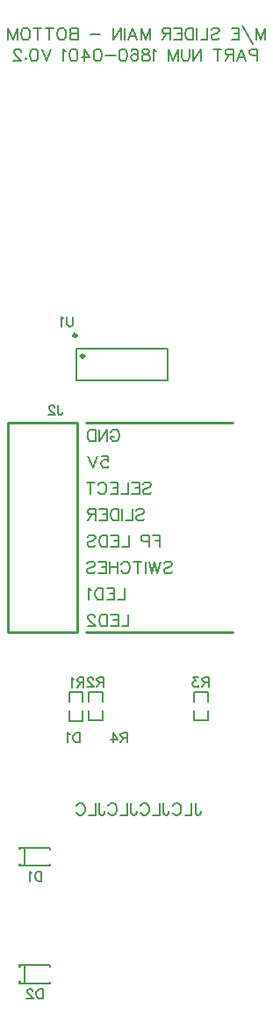
<source format=gbo>
G04 Layer: BottomSilkscreenLayer*
G04 EasyEDA v6.5.29, 2023-07-16 15:11:24*
G04 69541b314f914e7eb76376b61f0081d1,5a6b42c53f6a479593ecc07194224c93,10*
G04 Gerber Generator version 0.2*
G04 Scale: 100 percent, Rotated: No, Reflected: No *
G04 Dimensions in millimeters *
G04 leading zeros omitted , absolute positions ,4 integer and 5 decimal *
%FSLAX45Y45*%
%MOMM*%

%ADD10C,0.2032*%
%ADD11C,0.1524*%
%ADD12C,0.2540*%
%ADD13C,0.3000*%

%LPD*%
D10*
X2667000Y10446189D02*
G01*
X2667000Y10331645D01*
X2667000Y10446189D02*
G01*
X2617909Y10446189D01*
X2601546Y10440736D01*
X2596090Y10435282D01*
X2590637Y10424373D01*
X2590637Y10408008D01*
X2596090Y10397099D01*
X2601546Y10391645D01*
X2617909Y10386189D01*
X2667000Y10386189D01*
X2511000Y10446189D02*
G01*
X2554635Y10331645D01*
X2511000Y10446189D02*
G01*
X2467363Y10331645D01*
X2538272Y10369826D02*
G01*
X2483728Y10369826D01*
X2431364Y10446189D02*
G01*
X2431364Y10331645D01*
X2431364Y10446189D02*
G01*
X2382273Y10446189D01*
X2365910Y10440736D01*
X2360455Y10435282D01*
X2355000Y10424373D01*
X2355000Y10413464D01*
X2360455Y10402554D01*
X2365910Y10397099D01*
X2382273Y10391645D01*
X2431364Y10391645D01*
X2393182Y10391645D02*
G01*
X2355000Y10331645D01*
X2280818Y10446189D02*
G01*
X2280818Y10331645D01*
X2319000Y10446189D02*
G01*
X2242637Y10446189D01*
X2122637Y10446189D02*
G01*
X2122637Y10331645D01*
X2122637Y10446189D02*
G01*
X2046274Y10331645D01*
X2046274Y10446189D02*
G01*
X2046274Y10331645D01*
X2010272Y10446189D02*
G01*
X2010272Y10364373D01*
X2004819Y10348008D01*
X1993910Y10337099D01*
X1977547Y10331645D01*
X1966638Y10331645D01*
X1950272Y10337099D01*
X1939366Y10348008D01*
X1933910Y10364373D01*
X1933910Y10446189D01*
X1897910Y10446189D02*
G01*
X1897910Y10331645D01*
X1897910Y10446189D02*
G01*
X1854273Y10331645D01*
X1810638Y10446189D02*
G01*
X1854273Y10331645D01*
X1810638Y10446189D02*
G01*
X1810638Y10331645D01*
X1690639Y10424373D02*
G01*
X1679729Y10429826D01*
X1663364Y10446189D01*
X1663364Y10331645D01*
X1600093Y10446189D02*
G01*
X1616456Y10440736D01*
X1621911Y10429826D01*
X1621911Y10418917D01*
X1616456Y10408008D01*
X1605546Y10402554D01*
X1583730Y10397099D01*
X1567365Y10391645D01*
X1556456Y10380736D01*
X1551002Y10369826D01*
X1551002Y10353464D01*
X1556456Y10342554D01*
X1561912Y10337099D01*
X1578274Y10331645D01*
X1600093Y10331645D01*
X1616456Y10337099D01*
X1621911Y10342554D01*
X1627365Y10353464D01*
X1627365Y10369826D01*
X1621911Y10380736D01*
X1611002Y10391645D01*
X1594637Y10397099D01*
X1572821Y10402554D01*
X1561912Y10408008D01*
X1556456Y10418917D01*
X1556456Y10429826D01*
X1561912Y10440736D01*
X1578274Y10446189D01*
X1600093Y10446189D01*
X1449547Y10429826D02*
G01*
X1455003Y10440736D01*
X1471366Y10446189D01*
X1482275Y10446189D01*
X1498638Y10440736D01*
X1509547Y10424373D01*
X1515003Y10397099D01*
X1515003Y10369826D01*
X1509547Y10348008D01*
X1498638Y10337099D01*
X1482275Y10331645D01*
X1476819Y10331645D01*
X1460456Y10337099D01*
X1449547Y10348008D01*
X1444094Y10364373D01*
X1444094Y10369826D01*
X1449547Y10386189D01*
X1460456Y10397099D01*
X1476819Y10402554D01*
X1482275Y10402554D01*
X1498638Y10397099D01*
X1509547Y10386189D01*
X1515003Y10369826D01*
X1375366Y10446189D02*
G01*
X1391729Y10440736D01*
X1402638Y10424373D01*
X1408092Y10397099D01*
X1408092Y10380736D01*
X1402638Y10353464D01*
X1391729Y10337099D01*
X1375366Y10331645D01*
X1364457Y10331645D01*
X1348092Y10337099D01*
X1337185Y10353464D01*
X1331729Y10380736D01*
X1331729Y10397099D01*
X1337185Y10424373D01*
X1348092Y10440736D01*
X1364457Y10446189D01*
X1375366Y10446189D01*
X1295730Y10380736D02*
G01*
X1197549Y10380736D01*
X1128821Y10446189D02*
G01*
X1145184Y10440736D01*
X1156093Y10424373D01*
X1161549Y10397099D01*
X1161549Y10380736D01*
X1156093Y10353464D01*
X1145184Y10337099D01*
X1128821Y10331645D01*
X1117912Y10331645D01*
X1101549Y10337099D01*
X1090640Y10353464D01*
X1085184Y10380736D01*
X1085184Y10397099D01*
X1090640Y10424373D01*
X1101549Y10440736D01*
X1117912Y10446189D01*
X1128821Y10446189D01*
X994638Y10446189D02*
G01*
X1049185Y10369826D01*
X967366Y10369826D01*
X994638Y10446189D02*
G01*
X994638Y10331645D01*
X898639Y10446189D02*
G01*
X915004Y10440736D01*
X925913Y10424373D01*
X931367Y10397099D01*
X931367Y10380736D01*
X925913Y10353464D01*
X915004Y10337099D01*
X898639Y10331645D01*
X887729Y10331645D01*
X871367Y10337099D01*
X860458Y10353464D01*
X855004Y10380736D01*
X855004Y10397099D01*
X860458Y10424373D01*
X871367Y10440736D01*
X887729Y10446189D01*
X898639Y10446189D01*
X819002Y10424373D02*
G01*
X808093Y10429826D01*
X791730Y10446189D01*
X791730Y10331645D01*
X671730Y10446189D02*
G01*
X628093Y10331645D01*
X584459Y10446189D02*
G01*
X628093Y10331645D01*
X515731Y10446189D02*
G01*
X532094Y10440736D01*
X543003Y10424373D01*
X548459Y10397099D01*
X548459Y10380736D01*
X543003Y10353464D01*
X532094Y10337099D01*
X515731Y10331645D01*
X504822Y10331645D01*
X488459Y10337099D01*
X477550Y10353464D01*
X472094Y10380736D01*
X472094Y10397099D01*
X477550Y10424373D01*
X488459Y10440736D01*
X504822Y10446189D01*
X515731Y10446189D01*
X430641Y10358917D02*
G01*
X436095Y10353464D01*
X430641Y10348008D01*
X425185Y10353464D01*
X430641Y10358917D01*
X383733Y10418917D02*
G01*
X383733Y10424373D01*
X378277Y10435282D01*
X372823Y10440736D01*
X361914Y10446189D01*
X340095Y10446189D01*
X329186Y10440736D01*
X323733Y10435282D01*
X318277Y10424373D01*
X318277Y10413464D01*
X323733Y10402554D01*
X334639Y10386189D01*
X389186Y10331645D01*
X312823Y10331645D01*
X2743200Y10649389D02*
G01*
X2743200Y10534845D01*
X2743200Y10649389D02*
G01*
X2699562Y10534845D01*
X2655928Y10649389D02*
G01*
X2699562Y10534845D01*
X2655928Y10649389D02*
G01*
X2655928Y10534845D01*
X2521745Y10671208D02*
G01*
X2619928Y10496664D01*
X2485745Y10649389D02*
G01*
X2485745Y10534845D01*
X2485745Y10649389D02*
G01*
X2414836Y10649389D01*
X2485745Y10594845D02*
G01*
X2442110Y10594845D01*
X2485745Y10534845D02*
G01*
X2414836Y10534845D01*
X2218474Y10633026D02*
G01*
X2229383Y10643936D01*
X2245746Y10649389D01*
X2267564Y10649389D01*
X2283927Y10643936D01*
X2294836Y10633026D01*
X2294836Y10622117D01*
X2289383Y10611208D01*
X2283927Y10605754D01*
X2273018Y10600298D01*
X2240292Y10589389D01*
X2229383Y10583936D01*
X2223927Y10578482D01*
X2218474Y10567573D01*
X2218474Y10551208D01*
X2229383Y10540298D01*
X2245746Y10534845D01*
X2267564Y10534845D01*
X2283927Y10540298D01*
X2294836Y10551208D01*
X2182474Y10649389D02*
G01*
X2182474Y10534845D01*
X2182474Y10534845D02*
G01*
X2117018Y10534845D01*
X2081019Y10649389D02*
G01*
X2081019Y10534845D01*
X2045020Y10649389D02*
G01*
X2045020Y10534845D01*
X2045020Y10649389D02*
G01*
X2006838Y10649389D01*
X1990473Y10643936D01*
X1979564Y10633026D01*
X1974110Y10622117D01*
X1968654Y10605754D01*
X1968654Y10578482D01*
X1974110Y10562117D01*
X1979564Y10551208D01*
X1990473Y10540298D01*
X2006838Y10534845D01*
X2045020Y10534845D01*
X1932655Y10649389D02*
G01*
X1932655Y10534845D01*
X1932655Y10649389D02*
G01*
X1861746Y10649389D01*
X1932655Y10594845D02*
G01*
X1889020Y10594845D01*
X1932655Y10534845D02*
G01*
X1861746Y10534845D01*
X1825746Y10649389D02*
G01*
X1825746Y10534845D01*
X1825746Y10649389D02*
G01*
X1776656Y10649389D01*
X1760293Y10643936D01*
X1754837Y10638482D01*
X1749384Y10627573D01*
X1749384Y10616664D01*
X1754837Y10605754D01*
X1760293Y10600298D01*
X1776656Y10594845D01*
X1825746Y10594845D01*
X1787565Y10594845D02*
G01*
X1749384Y10534845D01*
X1629384Y10649389D02*
G01*
X1629384Y10534845D01*
X1629384Y10649389D02*
G01*
X1585747Y10534845D01*
X1542112Y10649389D02*
G01*
X1585747Y10534845D01*
X1542112Y10649389D02*
G01*
X1542112Y10534845D01*
X1462476Y10649389D02*
G01*
X1506110Y10534845D01*
X1462476Y10649389D02*
G01*
X1418838Y10534845D01*
X1489748Y10573026D02*
G01*
X1435201Y10573026D01*
X1382839Y10649389D02*
G01*
X1382839Y10534845D01*
X1346840Y10649389D02*
G01*
X1346840Y10534845D01*
X1346840Y10649389D02*
G01*
X1270474Y10534845D01*
X1270474Y10649389D02*
G01*
X1270474Y10534845D01*
X1150475Y10583936D02*
G01*
X1052294Y10583936D01*
X932294Y10649389D02*
G01*
X932294Y10534845D01*
X932294Y10649389D02*
G01*
X883203Y10649389D01*
X866841Y10643936D01*
X861385Y10638482D01*
X855931Y10627573D01*
X855931Y10616664D01*
X861385Y10605754D01*
X866841Y10600298D01*
X883203Y10594845D01*
X932294Y10594845D02*
G01*
X883203Y10594845D01*
X866841Y10589389D01*
X861385Y10583936D01*
X855931Y10573026D01*
X855931Y10556664D01*
X861385Y10545754D01*
X866841Y10540298D01*
X883203Y10534845D01*
X932294Y10534845D01*
X787204Y10649389D02*
G01*
X798113Y10643936D01*
X809023Y10633026D01*
X814476Y10622117D01*
X819932Y10605754D01*
X819932Y10578482D01*
X814476Y10562117D01*
X809023Y10551208D01*
X798113Y10540298D01*
X787204Y10534845D01*
X765385Y10534845D01*
X754476Y10540298D01*
X743567Y10551208D01*
X738113Y10562117D01*
X732657Y10578482D01*
X732657Y10605754D01*
X738113Y10622117D01*
X743567Y10633026D01*
X754476Y10643936D01*
X765385Y10649389D01*
X787204Y10649389D01*
X658477Y10649389D02*
G01*
X658477Y10534845D01*
X696658Y10649389D02*
G01*
X620295Y10649389D01*
X546112Y10649389D02*
G01*
X546112Y10534845D01*
X584293Y10649389D02*
G01*
X507931Y10649389D01*
X439204Y10649389D02*
G01*
X450113Y10643936D01*
X461022Y10633026D01*
X466476Y10622117D01*
X471931Y10605754D01*
X471931Y10578482D01*
X466476Y10562117D01*
X461022Y10551208D01*
X450113Y10540298D01*
X439204Y10534845D01*
X417385Y10534845D01*
X406476Y10540298D01*
X395569Y10551208D01*
X390113Y10562117D01*
X384660Y10578482D01*
X384660Y10605754D01*
X390113Y10622117D01*
X395569Y10633026D01*
X406476Y10643936D01*
X417385Y10649389D01*
X439204Y10649389D01*
X348658Y10649389D02*
G01*
X348658Y10534845D01*
X348658Y10649389D02*
G01*
X305023Y10534845D01*
X261386Y10649389D02*
G01*
X305023Y10534845D01*
X261386Y10649389D02*
G01*
X261386Y10534845D01*
X1251681Y6761317D02*
G01*
X1257137Y6772226D01*
X1268046Y6783136D01*
X1278953Y6788589D01*
X1300772Y6788589D01*
X1311681Y6783136D01*
X1322590Y6772226D01*
X1328046Y6761317D01*
X1333500Y6744954D01*
X1333500Y6717682D01*
X1328046Y6701317D01*
X1322590Y6690408D01*
X1311681Y6679498D01*
X1300772Y6674045D01*
X1278953Y6674045D01*
X1268046Y6679498D01*
X1257137Y6690408D01*
X1251681Y6701317D01*
X1251681Y6717682D01*
X1278953Y6717682D02*
G01*
X1251681Y6717682D01*
X1215682Y6788589D02*
G01*
X1215682Y6674045D01*
X1215682Y6788589D02*
G01*
X1139319Y6674045D01*
X1139319Y6788589D02*
G01*
X1139319Y6674045D01*
X1103317Y6788589D02*
G01*
X1103317Y6674045D01*
X1103317Y6788589D02*
G01*
X1065136Y6788589D01*
X1048773Y6783136D01*
X1037864Y6772226D01*
X1032410Y6761317D01*
X1026955Y6744954D01*
X1026955Y6717682D01*
X1032410Y6701317D01*
X1037864Y6690408D01*
X1048773Y6679498D01*
X1065136Y6674045D01*
X1103317Y6674045D01*
X1166446Y6534589D02*
G01*
X1220990Y6534589D01*
X1226446Y6485498D01*
X1220990Y6490954D01*
X1204628Y6496408D01*
X1188262Y6496408D01*
X1171900Y6490954D01*
X1160990Y6480045D01*
X1155537Y6463682D01*
X1155537Y6452773D01*
X1160990Y6436408D01*
X1171900Y6425498D01*
X1188262Y6420045D01*
X1204628Y6420045D01*
X1220990Y6425498D01*
X1226446Y6430954D01*
X1231900Y6441864D01*
X1119535Y6534589D02*
G01*
X1075900Y6420045D01*
X1032263Y6534589D02*
G01*
X1075900Y6420045D01*
X1561937Y6264226D02*
G01*
X1572846Y6275136D01*
X1589209Y6280589D01*
X1611028Y6280589D01*
X1627390Y6275136D01*
X1638300Y6264226D01*
X1638300Y6253317D01*
X1632846Y6242408D01*
X1627390Y6236954D01*
X1616481Y6231498D01*
X1583753Y6220589D01*
X1572846Y6215136D01*
X1567390Y6209682D01*
X1561937Y6198773D01*
X1561937Y6182408D01*
X1572846Y6171498D01*
X1589209Y6166045D01*
X1611028Y6166045D01*
X1627390Y6171498D01*
X1638300Y6182408D01*
X1525935Y6280589D02*
G01*
X1525935Y6166045D01*
X1525935Y6280589D02*
G01*
X1455028Y6280589D01*
X1525935Y6226045D02*
G01*
X1482300Y6226045D01*
X1525935Y6166045D02*
G01*
X1455028Y6166045D01*
X1419026Y6280589D02*
G01*
X1419026Y6166045D01*
X1419026Y6166045D02*
G01*
X1353573Y6166045D01*
X1317574Y6280589D02*
G01*
X1317574Y6166045D01*
X1317574Y6280589D02*
G01*
X1246665Y6280589D01*
X1317574Y6226045D02*
G01*
X1273936Y6226045D01*
X1317574Y6166045D02*
G01*
X1246665Y6166045D01*
X1128847Y6253317D02*
G01*
X1134300Y6264226D01*
X1145209Y6275136D01*
X1156119Y6280589D01*
X1177937Y6280589D01*
X1188847Y6275136D01*
X1199756Y6264226D01*
X1205209Y6253317D01*
X1210665Y6236954D01*
X1210665Y6209682D01*
X1205209Y6193317D01*
X1199756Y6182408D01*
X1188847Y6171498D01*
X1177937Y6166045D01*
X1156119Y6166045D01*
X1145209Y6171498D01*
X1134300Y6182408D01*
X1128847Y6193317D01*
X1054663Y6280589D02*
G01*
X1054663Y6166045D01*
X1092847Y6280589D02*
G01*
X1016482Y6280589D01*
X1498437Y6010226D02*
G01*
X1509346Y6021136D01*
X1525709Y6026589D01*
X1547528Y6026589D01*
X1563890Y6021136D01*
X1574800Y6010226D01*
X1574800Y5999317D01*
X1569346Y5988408D01*
X1563890Y5982954D01*
X1552981Y5977498D01*
X1520253Y5966589D01*
X1509346Y5961136D01*
X1503890Y5955682D01*
X1498437Y5944773D01*
X1498437Y5928408D01*
X1509346Y5917498D01*
X1525709Y5912045D01*
X1547528Y5912045D01*
X1563890Y5917498D01*
X1574800Y5928408D01*
X1462435Y6026589D02*
G01*
X1462435Y5912045D01*
X1462435Y5912045D02*
G01*
X1396982Y5912045D01*
X1360982Y6026589D02*
G01*
X1360982Y5912045D01*
X1324983Y6026589D02*
G01*
X1324983Y5912045D01*
X1324983Y6026589D02*
G01*
X1286799Y6026589D01*
X1270436Y6021136D01*
X1259527Y6010226D01*
X1254074Y5999317D01*
X1248618Y5982954D01*
X1248618Y5955682D01*
X1254074Y5939317D01*
X1259527Y5928408D01*
X1270436Y5917498D01*
X1286799Y5912045D01*
X1324983Y5912045D01*
X1212618Y6026589D02*
G01*
X1212618Y5912045D01*
X1212618Y6026589D02*
G01*
X1141709Y6026589D01*
X1212618Y5972045D02*
G01*
X1168981Y5972045D01*
X1212618Y5912045D02*
G01*
X1141709Y5912045D01*
X1105710Y6026589D02*
G01*
X1105710Y5912045D01*
X1105710Y6026589D02*
G01*
X1056619Y6026589D01*
X1040254Y6021136D01*
X1034801Y6015682D01*
X1029347Y6004773D01*
X1029347Y5993864D01*
X1034801Y5982954D01*
X1040254Y5977498D01*
X1056619Y5972045D01*
X1105710Y5972045D01*
X1067528Y5972045D02*
G01*
X1029347Y5912045D01*
X1727200Y5772589D02*
G01*
X1727200Y5658045D01*
X1727200Y5772589D02*
G01*
X1656290Y5772589D01*
X1727200Y5718045D02*
G01*
X1683562Y5718045D01*
X1620291Y5772589D02*
G01*
X1620291Y5658045D01*
X1620291Y5772589D02*
G01*
X1571200Y5772589D01*
X1554835Y5767136D01*
X1549382Y5761682D01*
X1543928Y5750773D01*
X1543928Y5734408D01*
X1549382Y5723498D01*
X1554835Y5718045D01*
X1571200Y5712589D01*
X1620291Y5712589D01*
X1423929Y5772589D02*
G01*
X1423929Y5658045D01*
X1423929Y5658045D02*
G01*
X1358473Y5658045D01*
X1322473Y5772589D02*
G01*
X1322473Y5658045D01*
X1322473Y5772589D02*
G01*
X1251564Y5772589D01*
X1322473Y5718045D02*
G01*
X1278836Y5718045D01*
X1322473Y5658045D02*
G01*
X1251564Y5658045D01*
X1215565Y5772589D02*
G01*
X1215565Y5658045D01*
X1215565Y5772589D02*
G01*
X1177383Y5772589D01*
X1161018Y5767136D01*
X1150109Y5756226D01*
X1144656Y5745317D01*
X1139200Y5728954D01*
X1139200Y5701682D01*
X1144656Y5685317D01*
X1150109Y5674408D01*
X1161018Y5663498D01*
X1177383Y5658045D01*
X1215565Y5658045D01*
X1026838Y5756226D02*
G01*
X1037747Y5767136D01*
X1054110Y5772589D01*
X1075928Y5772589D01*
X1092291Y5767136D01*
X1103200Y5756226D01*
X1103200Y5745317D01*
X1097747Y5734408D01*
X1092291Y5728954D01*
X1081382Y5723498D01*
X1048656Y5712589D01*
X1037747Y5707136D01*
X1032291Y5701682D01*
X1026838Y5690773D01*
X1026838Y5674408D01*
X1037747Y5663498D01*
X1054110Y5658045D01*
X1075928Y5658045D01*
X1092291Y5663498D01*
X1103200Y5674408D01*
X1765137Y5502226D02*
G01*
X1776046Y5513136D01*
X1792409Y5518589D01*
X1814228Y5518589D01*
X1830590Y5513136D01*
X1841500Y5502226D01*
X1841500Y5491317D01*
X1836046Y5480408D01*
X1830590Y5474954D01*
X1819681Y5469498D01*
X1786953Y5458589D01*
X1776046Y5453136D01*
X1770590Y5447682D01*
X1765137Y5436773D01*
X1765137Y5420408D01*
X1776046Y5409498D01*
X1792409Y5404045D01*
X1814228Y5404045D01*
X1830590Y5409498D01*
X1841500Y5420408D01*
X1729135Y5518589D02*
G01*
X1701863Y5404045D01*
X1674591Y5518589D02*
G01*
X1701863Y5404045D01*
X1674591Y5518589D02*
G01*
X1647319Y5404045D01*
X1620045Y5518589D02*
G01*
X1647319Y5404045D01*
X1584045Y5518589D02*
G01*
X1584045Y5404045D01*
X1509864Y5518589D02*
G01*
X1509864Y5404045D01*
X1548046Y5518589D02*
G01*
X1471683Y5518589D01*
X1353865Y5491317D02*
G01*
X1359319Y5502226D01*
X1370228Y5513136D01*
X1381137Y5518589D01*
X1402956Y5518589D01*
X1413865Y5513136D01*
X1424772Y5502226D01*
X1430228Y5491317D01*
X1435681Y5474954D01*
X1435681Y5447682D01*
X1430228Y5431317D01*
X1424772Y5420408D01*
X1413865Y5409498D01*
X1402956Y5404045D01*
X1381137Y5404045D01*
X1370228Y5409498D01*
X1359319Y5420408D01*
X1353865Y5431317D01*
X1317863Y5518589D02*
G01*
X1317863Y5404045D01*
X1241501Y5518589D02*
G01*
X1241501Y5404045D01*
X1317863Y5464045D02*
G01*
X1241501Y5464045D01*
X1205501Y5518589D02*
G01*
X1205501Y5404045D01*
X1205501Y5518589D02*
G01*
X1134592Y5518589D01*
X1205501Y5464045D02*
G01*
X1161864Y5464045D01*
X1205501Y5404045D02*
G01*
X1134592Y5404045D01*
X1022228Y5502226D02*
G01*
X1033137Y5513136D01*
X1049502Y5518589D01*
X1071318Y5518589D01*
X1087683Y5513136D01*
X1098593Y5502226D01*
X1098593Y5491317D01*
X1093137Y5480408D01*
X1087683Y5474954D01*
X1076774Y5469498D01*
X1044046Y5458589D01*
X1033137Y5453136D01*
X1027684Y5447682D01*
X1022228Y5436773D01*
X1022228Y5420408D01*
X1033137Y5409498D01*
X1049502Y5404045D01*
X1071318Y5404045D01*
X1087683Y5409498D01*
X1098593Y5420408D01*
X1384300Y5264589D02*
G01*
X1384300Y5150045D01*
X1384300Y5150045D02*
G01*
X1318846Y5150045D01*
X1282844Y5264589D02*
G01*
X1282844Y5150045D01*
X1282844Y5264589D02*
G01*
X1211935Y5264589D01*
X1282844Y5210045D02*
G01*
X1239210Y5210045D01*
X1282844Y5150045D02*
G01*
X1211935Y5150045D01*
X1175936Y5264589D02*
G01*
X1175936Y5150045D01*
X1175936Y5264589D02*
G01*
X1137754Y5264589D01*
X1121392Y5259136D01*
X1110482Y5248226D01*
X1105027Y5237317D01*
X1099573Y5220954D01*
X1099573Y5193682D01*
X1105027Y5177317D01*
X1110482Y5166408D01*
X1121392Y5155498D01*
X1137754Y5150045D01*
X1175936Y5150045D01*
X1063574Y5242773D02*
G01*
X1052664Y5248226D01*
X1036299Y5264589D01*
X1036299Y5150045D01*
X1422400Y5010589D02*
G01*
X1422400Y4896045D01*
X1422400Y4896045D02*
G01*
X1356946Y4896045D01*
X1320944Y5010589D02*
G01*
X1320944Y4896045D01*
X1320944Y5010589D02*
G01*
X1250035Y5010589D01*
X1320944Y4956045D02*
G01*
X1277310Y4956045D01*
X1320944Y4896045D02*
G01*
X1250035Y4896045D01*
X1214036Y5010589D02*
G01*
X1214036Y4896045D01*
X1214036Y5010589D02*
G01*
X1175854Y5010589D01*
X1159492Y5005136D01*
X1148582Y4994226D01*
X1143127Y4983317D01*
X1137673Y4966954D01*
X1137673Y4939682D01*
X1143127Y4923317D01*
X1148582Y4912408D01*
X1159492Y4901498D01*
X1175854Y4896045D01*
X1214036Y4896045D01*
X1096218Y4983317D02*
G01*
X1096218Y4988773D01*
X1090764Y4999682D01*
X1085308Y5005136D01*
X1074399Y5010589D01*
X1052583Y5010589D01*
X1041674Y5005136D01*
X1036218Y4999682D01*
X1030765Y4988773D01*
X1030765Y4977864D01*
X1036218Y4966954D01*
X1047127Y4950589D01*
X1101674Y4896045D01*
X1025309Y4896045D01*
D11*
X741946Y7022409D02*
G01*
X741946Y6949681D01*
X746490Y6936046D01*
X751037Y6931499D01*
X760128Y6926953D01*
X769218Y6926953D01*
X778309Y6931499D01*
X782853Y6936046D01*
X787400Y6949681D01*
X787400Y6958771D01*
X707400Y6999681D02*
G01*
X707400Y7004227D01*
X702853Y7013318D01*
X698309Y7017862D01*
X689218Y7022409D01*
X671037Y7022409D01*
X661946Y7017862D01*
X657400Y7013318D01*
X652853Y7004227D01*
X652853Y6995137D01*
X657400Y6986046D01*
X666490Y6972409D01*
X711946Y6926953D01*
X648309Y6926953D01*
D10*
X2066290Y3194557D02*
G01*
X2066290Y3107181D01*
X2071877Y3090926D01*
X2077211Y3085337D01*
X2088134Y3080004D01*
X2099056Y3080004D01*
X2109977Y3085337D01*
X2115565Y3090926D01*
X2120900Y3107181D01*
X2120900Y3118104D01*
X2030475Y3194557D02*
G01*
X2030475Y3080004D01*
X2030475Y3080004D02*
G01*
X1964943Y3080004D01*
X1847088Y3167126D02*
G01*
X1852422Y3178047D01*
X1863343Y3188970D01*
X1874265Y3194557D01*
X1896109Y3194557D01*
X1907031Y3188970D01*
X1917954Y3178047D01*
X1923541Y3167126D01*
X1928875Y3150870D01*
X1928875Y3123692D01*
X1923541Y3107181D01*
X1917954Y3096260D01*
X1907031Y3085337D01*
X1896109Y3080004D01*
X1874265Y3080004D01*
X1863343Y3085337D01*
X1852422Y3096260D01*
X1847088Y3107181D01*
X1756663Y3194557D02*
G01*
X1756663Y3107181D01*
X1761997Y3090926D01*
X1767331Y3085337D01*
X1778254Y3080004D01*
X1789175Y3080004D01*
X1800097Y3085337D01*
X1805686Y3090926D01*
X1811020Y3107181D01*
X1811020Y3118104D01*
X1720595Y3194557D02*
G01*
X1720595Y3080004D01*
X1720595Y3080004D02*
G01*
X1655063Y3080004D01*
X1537208Y3167126D02*
G01*
X1542795Y3178047D01*
X1553718Y3188970D01*
X1564640Y3194557D01*
X1586229Y3194557D01*
X1597152Y3188970D01*
X1608074Y3178047D01*
X1613661Y3167126D01*
X1618995Y3150870D01*
X1618995Y3123692D01*
X1613661Y3107181D01*
X1608074Y3096260D01*
X1597152Y3085337D01*
X1586229Y3080004D01*
X1564640Y3080004D01*
X1553718Y3085337D01*
X1542795Y3096260D01*
X1537208Y3107181D01*
X1446784Y3194557D02*
G01*
X1446784Y3107181D01*
X1452118Y3090926D01*
X1457706Y3085337D01*
X1468627Y3080004D01*
X1479550Y3080004D01*
X1490472Y3085337D01*
X1495806Y3090926D01*
X1501140Y3107181D01*
X1501140Y3118104D01*
X1410715Y3194557D02*
G01*
X1410715Y3080004D01*
X1410715Y3080004D02*
G01*
X1345184Y3080004D01*
X1227327Y3167126D02*
G01*
X1232915Y3178047D01*
X1243838Y3188970D01*
X1254759Y3194557D01*
X1276604Y3194557D01*
X1287525Y3188970D01*
X1298447Y3178047D01*
X1303781Y3167126D01*
X1309370Y3150870D01*
X1309370Y3123692D01*
X1303781Y3107181D01*
X1298447Y3096260D01*
X1287525Y3085337D01*
X1276604Y3080004D01*
X1254759Y3080004D01*
X1243838Y3085337D01*
X1232915Y3096260D01*
X1227327Y3107181D01*
X1136904Y3194557D02*
G01*
X1136904Y3107181D01*
X1142238Y3090926D01*
X1147825Y3085337D01*
X1158747Y3080004D01*
X1169670Y3080004D01*
X1180591Y3085337D01*
X1185925Y3090926D01*
X1191513Y3107181D01*
X1191513Y3118104D01*
X1100836Y3194557D02*
G01*
X1100836Y3080004D01*
X1100836Y3080004D02*
G01*
X1035558Y3080004D01*
X917702Y3167126D02*
G01*
X923036Y3178047D01*
X933958Y3188970D01*
X944879Y3194557D01*
X966724Y3194557D01*
X977645Y3188970D01*
X988568Y3178047D01*
X993902Y3167126D01*
X999490Y3150870D01*
X999490Y3123692D01*
X993902Y3107181D01*
X988568Y3096260D01*
X977645Y3085337D01*
X966724Y3080004D01*
X944879Y3080004D01*
X933958Y3085337D01*
X923036Y3096260D01*
X917702Y3107181D01*
D11*
X1409700Y3872809D02*
G01*
X1409700Y3777353D01*
X1409700Y3872809D02*
G01*
X1368790Y3872809D01*
X1355153Y3868262D01*
X1350609Y3863718D01*
X1346062Y3854627D01*
X1346062Y3845537D01*
X1350609Y3836446D01*
X1355153Y3831899D01*
X1368790Y3827353D01*
X1409700Y3827353D01*
X1377881Y3827353D02*
G01*
X1346062Y3777353D01*
X1270609Y3872809D02*
G01*
X1316062Y3809171D01*
X1247881Y3809171D01*
X1270609Y3872809D02*
G01*
X1270609Y3777353D01*
X952500Y3872809D02*
G01*
X952500Y3777353D01*
X952500Y3872809D02*
G01*
X920681Y3872809D01*
X907046Y3868262D01*
X897953Y3859171D01*
X893409Y3850081D01*
X888862Y3836446D01*
X888862Y3813718D01*
X893409Y3800081D01*
X897953Y3790990D01*
X907046Y3781899D01*
X920681Y3777353D01*
X952500Y3777353D01*
X858862Y3854627D02*
G01*
X849772Y3859171D01*
X836137Y3872809D01*
X836137Y3777353D01*
X889000Y7873309D02*
G01*
X889000Y7805127D01*
X884453Y7791490D01*
X875362Y7782399D01*
X861728Y7777853D01*
X852637Y7777853D01*
X839000Y7782399D01*
X829909Y7791490D01*
X825362Y7805127D01*
X825362Y7873309D01*
X795362Y7855127D02*
G01*
X786272Y7859671D01*
X772637Y7873309D01*
X772637Y7777853D01*
X596900Y1409009D02*
G01*
X596900Y1313553D01*
X596900Y1409009D02*
G01*
X565081Y1409009D01*
X551446Y1404462D01*
X542353Y1395371D01*
X537809Y1386281D01*
X533262Y1372646D01*
X533262Y1349918D01*
X537809Y1336281D01*
X542353Y1327190D01*
X551446Y1318099D01*
X565081Y1313553D01*
X596900Y1313553D01*
X498718Y1386281D02*
G01*
X498718Y1390827D01*
X494172Y1399918D01*
X489628Y1404462D01*
X480537Y1409009D01*
X462353Y1409009D01*
X453262Y1404462D01*
X448718Y1399918D01*
X444172Y1390827D01*
X444172Y1381737D01*
X448718Y1372646D01*
X457809Y1359009D01*
X503262Y1313553D01*
X439628Y1313553D01*
X584200Y2539309D02*
G01*
X584200Y2443853D01*
X584200Y2539309D02*
G01*
X552381Y2539309D01*
X538746Y2534762D01*
X529653Y2525671D01*
X525109Y2516581D01*
X520562Y2502946D01*
X520562Y2480218D01*
X525109Y2466581D01*
X529653Y2457490D01*
X538746Y2448399D01*
X552381Y2443853D01*
X584200Y2443853D01*
X490562Y2521127D02*
G01*
X481472Y2525671D01*
X467837Y2539309D01*
X467837Y2443853D01*
X990600Y4403509D02*
G01*
X990600Y4308053D01*
X990600Y4403509D02*
G01*
X949690Y4403509D01*
X936053Y4398962D01*
X931509Y4394418D01*
X926962Y4385327D01*
X926962Y4376237D01*
X931509Y4367146D01*
X936053Y4362599D01*
X949690Y4358053D01*
X990600Y4358053D01*
X958781Y4358053D02*
G01*
X926962Y4308053D01*
X896962Y4385327D02*
G01*
X887872Y4389871D01*
X874237Y4403509D01*
X874237Y4308053D01*
X2197100Y4406209D02*
G01*
X2197100Y4310753D01*
X2197100Y4406209D02*
G01*
X2156190Y4406209D01*
X2142553Y4401662D01*
X2138009Y4397118D01*
X2133462Y4388027D01*
X2133462Y4378937D01*
X2138009Y4369846D01*
X2142553Y4365299D01*
X2156190Y4360753D01*
X2197100Y4360753D01*
X2165281Y4360753D02*
G01*
X2133462Y4310753D01*
X2094372Y4406209D02*
G01*
X2044372Y4406209D01*
X2071646Y4369846D01*
X2058009Y4369846D01*
X2048918Y4365299D01*
X2044372Y4360753D01*
X2039828Y4347118D01*
X2039828Y4338027D01*
X2044372Y4324390D01*
X2053463Y4315299D01*
X2067100Y4310753D01*
X2080737Y4310753D01*
X2094372Y4315299D01*
X2098918Y4319846D01*
X2103462Y4328937D01*
X1181100Y4406209D02*
G01*
X1181100Y4310753D01*
X1181100Y4406209D02*
G01*
X1140190Y4406209D01*
X1126553Y4401662D01*
X1122009Y4397118D01*
X1117462Y4388027D01*
X1117462Y4378937D01*
X1122009Y4369846D01*
X1126553Y4365299D01*
X1140190Y4360753D01*
X1181100Y4360753D01*
X1149281Y4360753D02*
G01*
X1117462Y4310753D01*
X1082918Y4383481D02*
G01*
X1082918Y4388027D01*
X1078372Y4397118D01*
X1073828Y4401662D01*
X1064737Y4406209D01*
X1046553Y4406209D01*
X1037463Y4401662D01*
X1032918Y4397118D01*
X1028372Y4388027D01*
X1028372Y4378937D01*
X1032918Y4369846D01*
X1042009Y4356209D01*
X1087462Y4310753D01*
X1023828Y4310753D01*
G36*
X357225Y1484680D02*
G01*
X357225Y1455166D01*
X387705Y1455166D01*
X387705Y1484680D01*
G37*
G36*
X357225Y1643634D02*
G01*
X357225Y1614119D01*
X387705Y1614119D01*
X387705Y1643634D01*
G37*
G36*
X357225Y2614980D02*
G01*
X357225Y2585466D01*
X387705Y2585466D01*
X387705Y2614980D01*
G37*
G36*
X357225Y2773934D02*
G01*
X357225Y2744419D01*
X387705Y2744419D01*
X387705Y2773934D01*
G37*
D12*
X1016000Y4838700D02*
G01*
X2425700Y4838700D01*
X1016000Y6858000D02*
G01*
X2425700Y6858000D01*
D11*
X918778Y7568943D02*
G01*
X918778Y7264661D01*
X1799021Y7264661D01*
X1799021Y7568943D01*
X918778Y7568943D01*
X380080Y1462780D02*
G01*
X661319Y1462780D01*
X661319Y1462780D02*
G01*
X661319Y1479580D01*
X380080Y1636019D02*
G01*
X661319Y1636019D01*
X661319Y1636019D02*
G01*
X661319Y1619219D01*
X415770Y1462780D02*
G01*
X415770Y1636019D01*
X380080Y2593080D02*
G01*
X661319Y2593080D01*
X661319Y2593080D02*
G01*
X661319Y2609880D01*
X380080Y2766319D02*
G01*
X661319Y2766319D01*
X661319Y2766319D02*
G01*
X661319Y2749519D01*
X415770Y2593080D02*
G01*
X415770Y2766319D01*
X980460Y4082178D02*
G01*
X980460Y3986291D01*
X848339Y3986291D01*
X848339Y4082178D01*
X980460Y4167421D02*
G01*
X980460Y4263308D01*
X848339Y4263308D01*
X848339Y4167421D01*
X2186960Y4084878D02*
G01*
X2186960Y3988991D01*
X2054839Y3988991D01*
X2054839Y4084878D01*
X2186960Y4170121D02*
G01*
X2186960Y4266008D01*
X2054839Y4266008D01*
X2054839Y4170121D01*
X1170960Y4084878D02*
G01*
X1170960Y3988991D01*
X1038839Y3988991D01*
X1038839Y4084878D01*
X1170960Y4170121D02*
G01*
X1170960Y4266008D01*
X1038839Y4266008D01*
X1038839Y4170121D01*
D13*
G75*
G01
X992911Y7493711D02*
G03X992911Y7493711I-15011J0D01*
G75*
G01
X918972Y7693711D02*
G03X918972Y7693711I-15011J0D01*
D12*
X257606Y6855205D02*
G01*
X923925Y6855205D01*
X923925Y4835905D01*
X257606Y4835905D01*
X257606Y6855205D01*
M02*

</source>
